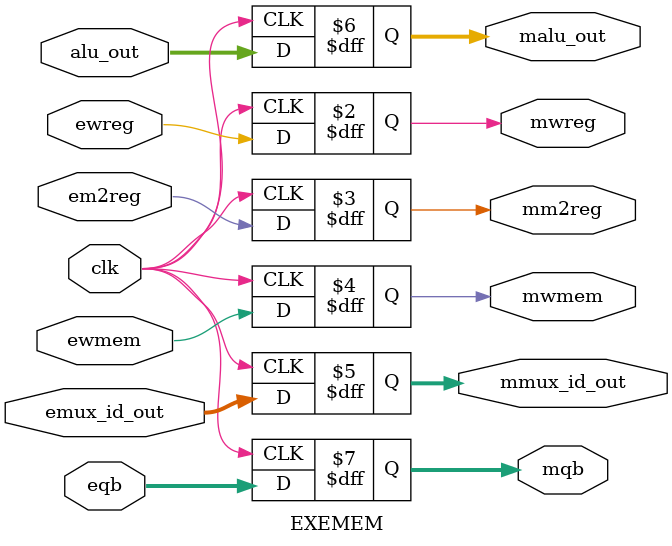
<source format=v>
`timescale 1ns / 1ps


module EXEMEM(
    input clk,
    input ewreg,em2reg,ewmem,
    input [4:0] emux_id_out,
    input [31:0] alu_out,
    input [31:0] eqb,
    output reg mwreg,mm2reg,mwmem,
    output reg [4:0] mmux_id_out,
    output reg [31:0] malu_out,
    output reg [31:0] mqb
    );
    
    always@(posedge clk)
    begin
    mwreg <= ewreg;
    mm2reg <= em2reg;
    mwmem <= ewmem;
    mmux_id_out <= emux_id_out;
    malu_out <= alu_out;
    mqb <= eqb;
    end
endmodule

</source>
